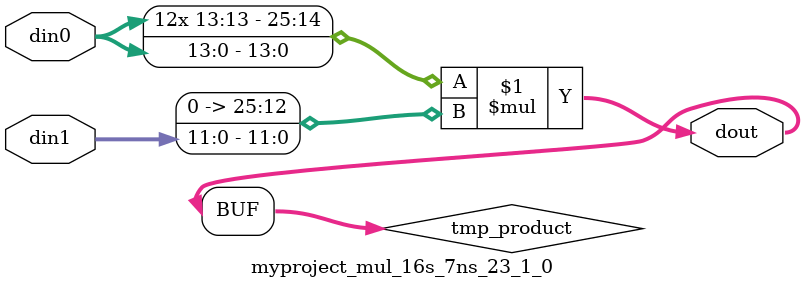
<source format=v>

`timescale 1 ns / 1 ps

  module myproject_mul_16s_7ns_23_1_0(din0, din1, dout);
parameter ID = 1;
parameter NUM_STAGE = 0;
parameter din0_WIDTH = 14;
parameter din1_WIDTH = 12;
parameter dout_WIDTH = 26;

input [din0_WIDTH - 1 : 0] din0; 
input [din1_WIDTH - 1 : 0] din1; 
output [dout_WIDTH - 1 : 0] dout;

wire signed [dout_WIDTH - 1 : 0] tmp_product;












assign tmp_product = $signed(din0) * $signed({1'b0, din1});









assign dout = tmp_product;







endmodule

</source>
